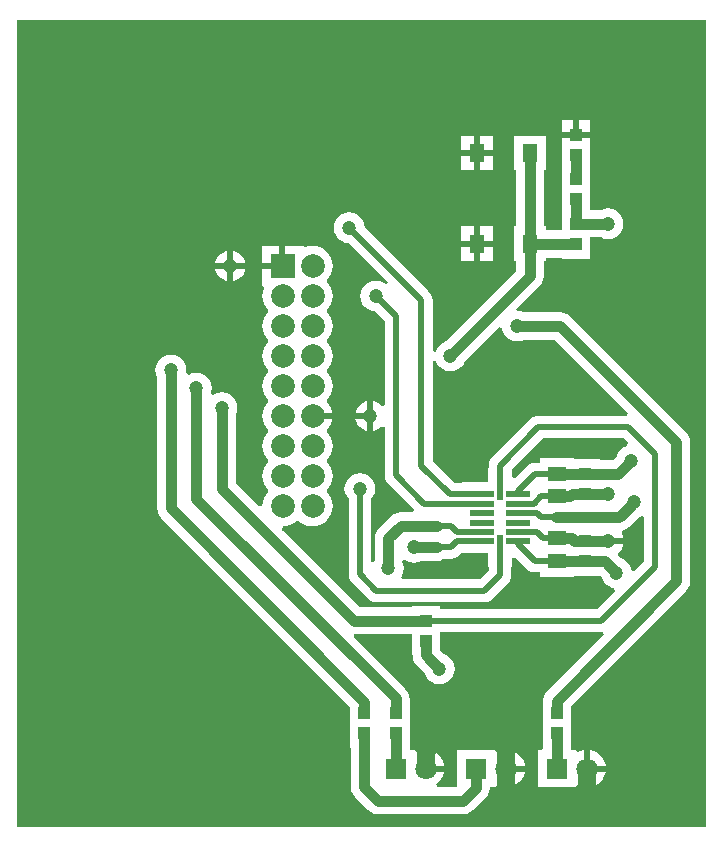
<source format=gtl>
%FSLAX42Y42*%
%MOMM*%
G71*
G01*
G75*
G04 Layer_Physical_Order=1*
G04 Layer_Color=255*
%ADD10R,1.00X1.10*%
%ADD11R,1.50X1.30*%
%ADD12R,0.60X2.00*%
%ADD13R,2.00X0.60*%
%ADD14R,1.30X1.55*%
%ADD15C,0.89*%
%ADD16C,0.51*%
%ADD17C,1.52*%
%ADD18C,1.80*%
%ADD19R,1.80X1.80*%
%ADD20C,2.00*%
%ADD21R,2.00X2.00*%
%ADD22C,1.20*%
G36*
X5917Y83D02*
X83D01*
Y6917D01*
X5917D01*
Y83D01*
D02*
G37*
%LPC*%
G36*
X4560Y5936D02*
X4290D01*
Y5641D01*
X4310D01*
Y5166D01*
X4290D01*
Y4871D01*
X4310D01*
Y4790D01*
X3713Y4194D01*
X3686Y4182D01*
X3659Y4162D01*
X3638Y4134D01*
X3626Y4107D01*
X3601Y4112D01*
Y4547D01*
X3601Y4547D01*
X3598Y4572D01*
X3589Y4595D01*
X3580Y4606D01*
X3573Y4615D01*
X3573Y4615D01*
X3026Y5162D01*
X3022Y5190D01*
X3009Y5222D01*
X2988Y5249D01*
X2961Y5270D01*
X2930Y5283D01*
X2896Y5287D01*
X2862Y5283D01*
X2830Y5270D01*
X2803Y5249D01*
X2782Y5222D01*
X2769Y5190D01*
X2764Y5156D01*
X2769Y5122D01*
X2782Y5091D01*
X2803Y5063D01*
X2830Y5043D01*
X2862Y5030D01*
X2890Y5026D01*
X3221Y4695D01*
X3204Y4675D01*
X3204D01*
X3185Y4690D01*
X3153Y4704D01*
X3119Y4708D01*
X3085Y4704D01*
X3054Y4690D01*
X3027Y4670D01*
X3006Y4642D01*
X2993Y4611D01*
X2988Y4577D01*
X2993Y4543D01*
X3006Y4511D01*
X3027Y4484D01*
X3054Y4463D01*
X3085Y4450D01*
X3114Y4447D01*
X3193Y4367D01*
Y3658D01*
X3169Y3650D01*
X3166Y3654D01*
X3139Y3674D01*
X3107Y3688D01*
X3099Y3689D01*
Y3561D01*
Y3433D01*
X3107Y3434D01*
X3139Y3447D01*
X3166Y3468D01*
X3169Y3472D01*
X3193Y3464D01*
Y3061D01*
X3193Y3061D01*
X3193D01*
X3196Y3036D01*
X3206Y3013D01*
X3221Y2993D01*
X3445Y2769D01*
X3435Y2746D01*
X3329D01*
X3299Y2742D01*
X3271Y2730D01*
X3247Y2712D01*
X3144Y2609D01*
X3126Y2585D01*
X3114Y2557D01*
X3110Y2527D01*
Y2342D01*
X3091Y2326D01*
X3081Y2328D01*
Y2858D01*
X3098Y2881D01*
X3111Y2912D01*
X3116Y2946D01*
X3111Y2980D01*
X3098Y3012D01*
X3077Y3039D01*
X3050Y3060D01*
X3018Y3073D01*
X2984Y3078D01*
X2951Y3073D01*
X2919Y3060D01*
X2892Y3039D01*
X2871Y3012D01*
X2858Y2980D01*
X2853Y2946D01*
X2858Y2912D01*
X2871Y2881D01*
X2888Y2858D01*
Y2223D01*
X2888Y2223D01*
X2888D01*
X2892Y2198D01*
X2901Y2174D01*
X2916Y2154D01*
X3056Y2015D01*
X3056Y2015D01*
X3067Y2006D01*
X3076Y1999D01*
X3083Y1997D01*
X3099Y1990D01*
X3124Y1987D01*
X4039D01*
X4064Y1990D01*
X4087Y1999D01*
X4107Y2015D01*
Y2015D01*
X4107D01*
D01*
D01*
D01*
D01*
D01*
D01*
X4107D01*
D01*
X4107D01*
Y2015D01*
D01*
D01*
D01*
D01*
Y2015D01*
D01*
D01*
D01*
D01*
D01*
D01*
Y2015D01*
D01*
D01*
X4107D01*
D01*
D01*
D01*
D01*
D01*
X4238Y2146D01*
X4238Y2146D01*
X4247Y2158D01*
X4254Y2166D01*
X4256Y2173D01*
X4263Y2190D01*
X4267Y2215D01*
Y2279D01*
X4270D01*
Y2361D01*
X4294Y2370D01*
X4397Y2267D01*
X4417Y2252D01*
X4440Y2242D01*
X4465Y2239D01*
X4465Y2239D01*
X4511D01*
Y2200D01*
X4801D01*
Y2210D01*
X5014D01*
X5014Y2210D01*
Y2210D01*
X5017Y2211D01*
X5031Y2197D01*
X5043Y2170D01*
X5063Y2142D01*
X5091Y2122D01*
X5122Y2109D01*
X5139Y2106D01*
X5147Y2082D01*
X4989Y1925D01*
X3666D01*
Y1954D01*
X3426D01*
Y1944D01*
X2982D01*
X2326Y2600D01*
X2329Y2628D01*
X2362Y2631D01*
X2394Y2641D01*
X2424Y2657D01*
X2449Y2678D01*
X2462D01*
X2488Y2657D01*
X2517Y2641D01*
X2549Y2631D01*
X2583Y2628D01*
X2616Y2631D01*
X2648Y2641D01*
X2678Y2657D01*
X2703Y2678D01*
X2725Y2704D01*
X2741Y2734D01*
X2750Y2766D01*
X2754Y2799D01*
X2750Y2832D01*
X2741Y2864D01*
X2725Y2894D01*
X2703Y2920D01*
Y2932D01*
X2725Y2958D01*
X2741Y2988D01*
X2750Y3020D01*
X2754Y3053D01*
X2750Y3086D01*
X2741Y3118D01*
X2725Y3148D01*
X2703Y3174D01*
Y3186D01*
X2725Y3212D01*
X2741Y3242D01*
X2750Y3274D01*
X2754Y3307D01*
X2750Y3340D01*
X2741Y3372D01*
X2725Y3402D01*
X2703Y3428D01*
Y3440D01*
X2725Y3466D01*
X2741Y3496D01*
X2750Y3528D01*
X2751Y3536D01*
X2583D01*
Y3586D01*
X2751D01*
X2750Y3594D01*
X2741Y3626D01*
X2725Y3656D01*
X2703Y3682D01*
Y3694D01*
X2725Y3720D01*
X2741Y3750D01*
X2750Y3782D01*
X2754Y3815D01*
X2750Y3848D01*
X2741Y3880D01*
X2725Y3910D01*
X2703Y3936D01*
Y3948D01*
X2725Y3974D01*
X2741Y4004D01*
X2750Y4036D01*
X2754Y4069D01*
X2750Y4102D01*
X2741Y4134D01*
X2725Y4164D01*
X2703Y4190D01*
Y4202D01*
X2725Y4228D01*
X2741Y4258D01*
X2750Y4290D01*
X2754Y4323D01*
X2750Y4356D01*
X2741Y4388D01*
X2725Y4418D01*
X2703Y4444D01*
Y4456D01*
X2725Y4482D01*
X2741Y4512D01*
X2750Y4544D01*
X2754Y4577D01*
X2750Y4610D01*
X2741Y4642D01*
X2725Y4672D01*
X2703Y4698D01*
Y4710D01*
X2725Y4736D01*
X2741Y4766D01*
X2750Y4798D01*
X2754Y4831D01*
X2750Y4864D01*
X2741Y4896D01*
X2725Y4926D01*
X2703Y4952D01*
X2678Y4973D01*
X2648Y4989D01*
X2616Y4998D01*
X2583Y5002D01*
X2549Y4998D01*
X2517Y4989D01*
X2499Y5000D01*
Y5001D01*
X2354D01*
Y4831D01*
X2329D01*
Y4806D01*
X2159D01*
Y4661D01*
X2160D01*
X2171Y4642D01*
X2161Y4610D01*
X2158Y4577D01*
X2161Y4544D01*
X2171Y4512D01*
X2187Y4482D01*
X2208Y4456D01*
Y4444D01*
X2187Y4418D01*
X2171Y4388D01*
X2161Y4356D01*
X2158Y4323D01*
X2161Y4290D01*
X2171Y4258D01*
X2187Y4228D01*
X2208Y4202D01*
Y4190D01*
X2187Y4164D01*
X2171Y4134D01*
X2161Y4102D01*
X2158Y4069D01*
X2161Y4036D01*
X2171Y4004D01*
X2187Y3974D01*
X2208Y3948D01*
Y3936D01*
X2187Y3910D01*
X2171Y3880D01*
X2161Y3848D01*
X2158Y3815D01*
X2161Y3782D01*
X2171Y3750D01*
X2187Y3720D01*
X2208Y3694D01*
Y3682D01*
X2187Y3656D01*
X2171Y3626D01*
X2161Y3594D01*
X2158Y3561D01*
X2161Y3528D01*
X2171Y3496D01*
X2187Y3466D01*
X2208Y3440D01*
Y3428D01*
X2187Y3402D01*
X2171Y3372D01*
X2161Y3340D01*
X2158Y3307D01*
X2161Y3274D01*
X2171Y3242D01*
X2187Y3212D01*
X2208Y3186D01*
Y3174D01*
X2187Y3148D01*
X2171Y3118D01*
X2161Y3086D01*
X2158Y3053D01*
X2161Y3020D01*
X2171Y2988D01*
X2187Y2958D01*
X2208Y2932D01*
Y2920D01*
X2187Y2894D01*
X2171Y2864D01*
X2161Y2832D01*
X2158Y2800D01*
X2153Y2798D01*
X2130Y2796D01*
X1932Y2994D01*
Y3571D01*
X1943Y3598D01*
X1947Y3632D01*
X1943Y3666D01*
X1930Y3698D01*
X1909Y3725D01*
X1882Y3746D01*
X1850Y3759D01*
X1816Y3763D01*
X1782Y3759D01*
X1751Y3746D01*
X1744Y3741D01*
X1724Y3756D01*
X1727Y3763D01*
X1731Y3797D01*
X1727Y3831D01*
X1714Y3863D01*
X1693Y3890D01*
X1666Y3911D01*
X1634Y3924D01*
X1600Y3928D01*
X1566Y3924D01*
X1535Y3911D01*
X1534Y3910D01*
X1512Y3923D01*
X1515Y3950D01*
X1511Y3984D01*
X1498Y4015D01*
X1477Y4042D01*
X1450Y4063D01*
X1418Y4076D01*
X1384Y4081D01*
X1350Y4076D01*
X1319Y4063D01*
X1292Y4042D01*
X1271Y4015D01*
X1258Y3984D01*
X1253Y3950D01*
X1258Y3916D01*
X1269Y3889D01*
Y2781D01*
X1273Y2751D01*
X1284Y2724D01*
X1303Y2700D01*
X1303Y2700D01*
X1303Y2700D01*
X2903Y1100D01*
Y921D01*
Y751D01*
X2907D01*
Y419D01*
X2911Y389D01*
X2923Y361D01*
X2941Y337D01*
X2941Y337D01*
X2941Y337D01*
X3055Y223D01*
X3079Y205D01*
X3107Y193D01*
X3137Y189D01*
X3861D01*
X3891Y193D01*
X3919Y205D01*
X3942Y223D01*
Y223D01*
X3942D01*
D01*
D01*
D01*
D01*
D01*
D01*
X3942D01*
D01*
X3942D01*
Y223D01*
D01*
D01*
D01*
D01*
Y223D01*
D01*
D01*
D01*
D01*
D01*
D01*
Y223D01*
D01*
D01*
X3942D01*
D01*
D01*
D01*
D01*
D01*
X4049Y329D01*
X4067Y353D01*
X4079Y381D01*
X4082Y411D01*
D01*
D01*
D01*
D01*
D01*
D01*
X4082D01*
D01*
D01*
D01*
Y411D01*
X4082Y411D01*
D01*
D01*
D01*
D01*
D01*
D01*
D01*
D01*
D01*
D01*
D01*
D01*
X4088Y416D01*
X4127D01*
Y421D01*
X4149Y434D01*
X4159Y428D01*
X4190Y419D01*
X4196Y418D01*
Y576D01*
Y735D01*
X4190Y734D01*
X4159Y725D01*
X4149Y719D01*
X4127Y732D01*
Y736D01*
X3807D01*
Y420D01*
X3641D01*
X3636Y430D01*
X3631Y444D01*
X3654Y463D01*
X3674Y487D01*
X3689Y515D01*
X3698Y545D01*
X3698Y551D01*
X3540D01*
Y576D01*
X3515D01*
Y735D01*
X3509Y734D01*
X3479Y725D01*
X3468Y719D01*
X3446Y732D01*
Y736D01*
X3406D01*
Y751D01*
X3406D01*
Y921D01*
Y1171D01*
X3402D01*
Y1172D01*
X3398Y1201D01*
X3398Y1201D01*
Y1201D01*
X3398D01*
X3398Y1201D01*
D01*
D01*
D01*
Y1201D01*
X3398D01*
D01*
X3398D01*
D01*
D01*
D01*
X3386Y1229D01*
X3368Y1253D01*
X2931Y1690D01*
X2934Y1713D01*
X3426D01*
Y1704D01*
Y1534D01*
X3430D01*
X3434Y1505D01*
X3446Y1477D01*
X3446Y1477D01*
X3446Y1477D01*
X3464Y1453D01*
X3533Y1384D01*
X3544Y1357D01*
X3565Y1330D01*
X3592Y1309D01*
X3624Y1296D01*
X3658Y1291D01*
X3692Y1296D01*
X3723Y1309D01*
X3750Y1330D01*
X3771Y1357D01*
X3784Y1388D01*
X3789Y1422D01*
X3784Y1456D01*
X3771Y1488D01*
X3750Y1515D01*
X3723Y1536D01*
X3696Y1547D01*
X3666Y1578D01*
Y1704D01*
Y1733D01*
X5029D01*
X5040Y1734D01*
X5051Y1711D01*
X4571Y1232D01*
X4553Y1208D01*
X4541Y1180D01*
X4540Y1171D01*
X4533D01*
Y921D01*
Y751D01*
D01*
Y751D01*
X4518Y736D01*
X4493D01*
Y416D01*
X4813D01*
Y421D01*
X4835Y434D01*
X4845Y428D01*
X4875Y419D01*
X4881Y418D01*
Y576D01*
Y735D01*
X4875Y734D01*
X4845Y725D01*
X4835Y719D01*
X4813Y732D01*
Y736D01*
X4773D01*
Y751D01*
X4773D01*
Y921D01*
Y1107D01*
X5746Y2080D01*
X5764Y2104D01*
X5776Y2131D01*
X5780Y2161D01*
Y3340D01*
X5776Y3370D01*
X5768Y3390D01*
X5764Y3398D01*
X5746Y3422D01*
X4763Y4405D01*
X4739Y4423D01*
Y4423D01*
X4739D01*
D01*
D01*
D01*
D01*
X4739D01*
Y4423D01*
D01*
D01*
X4739Y4423D01*
X4739Y4423D01*
X4739Y4423D01*
D01*
X4711Y4434D01*
X4681Y4438D01*
X4376D01*
X4349Y4450D01*
X4315Y4454D01*
X4310Y4464D01*
X4507Y4661D01*
X4507D01*
D01*
D01*
D01*
D01*
D01*
D01*
X4507D01*
D01*
X4507D01*
Y4661D01*
D01*
D01*
D01*
D01*
Y4661D01*
D01*
D01*
D01*
D01*
D01*
D01*
Y4661D01*
D01*
D01*
X4507D01*
D01*
D01*
D01*
D01*
X4507D01*
X4525Y4685D01*
X4537Y4713D01*
X4541Y4743D01*
Y4871D01*
X4560D01*
Y4903D01*
X4693D01*
Y4894D01*
X4933D01*
Y5064D01*
Y5074D01*
X5024D01*
X5051Y5062D01*
X5085Y5058D01*
X5119Y5062D01*
X5150Y5075D01*
X5178Y5096D01*
X5198Y5123D01*
X5212Y5155D01*
X5216Y5189D01*
X5212Y5223D01*
X5198Y5255D01*
X5178Y5282D01*
X5150Y5303D01*
X5119Y5316D01*
X5085Y5320D01*
X5051Y5316D01*
X5024Y5304D01*
X4933D01*
Y5445D01*
Y5648D01*
Y5818D01*
Y5918D01*
X4693D01*
Y5818D01*
Y5648D01*
Y5445D01*
Y5275D01*
Y5134D01*
X4560D01*
Y5166D01*
X4541D01*
Y5641D01*
X4560D01*
Y5936D01*
D02*
G37*
G36*
X3048Y3689D02*
X3039Y3688D01*
X3008Y3674D01*
X2981Y3654D01*
X2960Y3626D01*
X2947Y3595D01*
X2946Y3586D01*
X3048D01*
Y3689D01*
D02*
G37*
G36*
X1862Y4806D02*
X1760D01*
X1761Y4797D01*
X1774Y4765D01*
X1795Y4738D01*
X1822Y4717D01*
X1853Y4704D01*
X1862Y4703D01*
Y4806D01*
D02*
G37*
G36*
Y4959D02*
X1853Y4958D01*
X1822Y4944D01*
X1795Y4924D01*
X1774Y4896D01*
X1761Y4865D01*
X1760Y4856D01*
X1862D01*
Y4959D01*
D02*
G37*
G36*
X2015Y4806D02*
X1913D01*
Y4703D01*
X1921Y4704D01*
X1953Y4717D01*
X1980Y4738D01*
X2001Y4765D01*
X2014Y4797D01*
X2015Y4806D01*
D02*
G37*
G36*
X3048Y3536D02*
X2946D01*
X2947Y3527D01*
X2960Y3495D01*
X2981Y3468D01*
X3008Y3447D01*
X3039Y3434D01*
X3048Y3433D01*
Y3536D01*
D02*
G37*
G36*
X5065Y551D02*
X4932D01*
Y418D01*
X4938Y419D01*
X4968Y428D01*
X4996Y443D01*
X5020Y463D01*
X5040Y487D01*
X5055Y515D01*
X5064Y545D01*
X5065Y551D01*
D02*
G37*
G36*
X4379D02*
X4246D01*
Y418D01*
X4252Y419D01*
X4283Y428D01*
X4310Y443D01*
X4335Y463D01*
X4355Y487D01*
X4370Y515D01*
X4379Y545D01*
X4379Y551D01*
D02*
G37*
G36*
X3565Y735D02*
Y602D01*
X3698D01*
X3698Y608D01*
X3689Y638D01*
X3674Y666D01*
X3654Y690D01*
X3629Y710D01*
X3602Y725D01*
X3571Y734D01*
X3565Y735D01*
D02*
G37*
G36*
X4932D02*
Y602D01*
X5065D01*
X5064Y608D01*
X5055Y638D01*
X5040Y666D01*
X5020Y690D01*
X4996Y710D01*
X4968Y725D01*
X4938Y734D01*
X4932Y735D01*
D02*
G37*
G36*
X4246D02*
Y602D01*
X4379D01*
X4379Y608D01*
X4370Y638D01*
X4355Y666D01*
X4335Y690D01*
X4310Y710D01*
X4283Y725D01*
X4252Y734D01*
X4246Y735D01*
D02*
G37*
G36*
X4113Y5936D02*
X4003D01*
Y5814D01*
X4113D01*
Y5936D01*
D02*
G37*
G36*
X4788Y6068D02*
X4693D01*
Y5969D01*
X4788D01*
Y6068D01*
D02*
G37*
G36*
X4110Y5166D02*
X4001D01*
Y5044D01*
X4110D01*
Y5166D01*
D02*
G37*
G36*
X4113Y5763D02*
X4003D01*
Y5641D01*
X4113D01*
Y5763D01*
D02*
G37*
G36*
X3952D02*
X3843D01*
Y5641D01*
X3952D01*
Y5763D01*
D02*
G37*
G36*
Y5936D02*
X3843D01*
Y5814D01*
X3952D01*
Y5936D01*
D02*
G37*
G36*
X3950Y4993D02*
X3840D01*
Y4871D01*
X3950D01*
Y4993D01*
D02*
G37*
G36*
X2303Y5001D02*
X2159D01*
Y4856D01*
X2303D01*
Y5001D01*
D02*
G37*
G36*
X1913Y4959D02*
Y4856D01*
X2015D01*
X2014Y4865D01*
X2001Y4896D01*
X1980Y4924D01*
X1953Y4944D01*
X1921Y4958D01*
X1913Y4959D01*
D02*
G37*
G36*
X3950Y5166D02*
X3840D01*
Y5044D01*
X3950D01*
Y5166D01*
D02*
G37*
G36*
X4933Y6068D02*
X4839D01*
Y5969D01*
X4933D01*
Y6068D01*
D02*
G37*
G36*
X4110Y4993D02*
X4001D01*
Y4871D01*
X4110D01*
Y4993D01*
D02*
G37*
%LPD*%
G36*
X5257Y3332D02*
X5249Y3308D01*
X5218Y3295D01*
X5190Y3274D01*
X5170Y3247D01*
X5158Y3220D01*
X5124Y3186D01*
X5014D01*
Y3195D01*
X4801D01*
Y3205D01*
X4511D01*
Y3167D01*
X4465D01*
X4465Y3167D01*
X4440Y3163D01*
X4417Y3154D01*
X4397Y3138D01*
X4294Y3035D01*
X4270Y3045D01*
Y3106D01*
X4536Y3371D01*
X5218D01*
X5257Y3332D01*
D02*
G37*
G36*
X4186Y4308D02*
X4189Y4289D01*
X4202Y4257D01*
X4223Y4230D01*
X4250Y4209D01*
X4281Y4196D01*
X4315Y4192D01*
X4349Y4196D01*
X4376Y4207D01*
X4634D01*
X5254Y3587D01*
X5245Y3563D01*
X4496D01*
X4471Y3560D01*
X4448Y3550D01*
X4428Y3535D01*
X4102Y3210D01*
X4087Y3190D01*
X4077Y3167D01*
X4074Y3142D01*
Y3119D01*
X4070D01*
Y2999D01*
X3850D01*
Y2996D01*
X3783D01*
X3601Y3177D01*
Y4026D01*
X3626Y4031D01*
X3638Y4003D01*
X3659Y3976D01*
X3686Y3955D01*
X3717Y3942D01*
X3751Y3938D01*
X3785Y3942D01*
X3817Y3955D01*
X3844Y3976D01*
X3865Y4003D01*
X3876Y4030D01*
X4162Y4316D01*
X4186Y4308D01*
D02*
G37*
G36*
X5390Y2702D02*
Y2326D01*
X5309Y2245D01*
X5285Y2253D01*
X5283Y2269D01*
X5270Y2301D01*
X5249Y2328D01*
X5222Y2349D01*
X5195Y2360D01*
X5173Y2382D01*
X5174Y2407D01*
X5181Y2412D01*
X5201Y2439D01*
X5215Y2471D01*
X5216Y2479D01*
X5088D01*
Y2530D01*
X5216D01*
X5215Y2539D01*
X5201Y2570D01*
X5211Y2594D01*
X5211Y2594D01*
X5239Y2605D01*
X5263Y2623D01*
X5338Y2698D01*
X5338Y2698D01*
X5347Y2707D01*
X5369Y2716D01*
X5390Y2702D01*
D02*
G37*
G36*
X4070Y2279D02*
X4074D01*
Y2254D01*
X3999Y2179D01*
X3346D01*
X3335Y2202D01*
X3339Y2208D01*
X3352Y2239D01*
X3357Y2273D01*
X3352Y2307D01*
X3342Y2332D01*
X3354Y2342D01*
X3364Y2346D01*
X3379Y2335D01*
X3410Y2322D01*
X3444Y2318D01*
X3478Y2322D01*
X3505Y2333D01*
X3635D01*
X3664Y2337D01*
X3692Y2349D01*
X3697Y2352D01*
X3757D01*
X3782Y2356D01*
X3805Y2365D01*
X3825Y2381D01*
X3844Y2399D01*
X3850Y2399D01*
Y2399D01*
X4070D01*
Y2279D01*
D02*
G37*
D10*
X4653Y876D02*
D03*
Y1046D02*
D03*
X3286Y876D02*
D03*
Y1046D02*
D03*
X3023Y876D02*
D03*
Y1046D02*
D03*
X4894Y3070D02*
D03*
Y2900D02*
D03*
Y2335D02*
D03*
Y2505D02*
D03*
X3546Y1829D02*
D03*
Y1659D02*
D03*
X4813Y5943D02*
D03*
Y5773D02*
D03*
Y5570D02*
D03*
Y5400D02*
D03*
Y5019D02*
D03*
Y5189D02*
D03*
D11*
X4656Y3070D02*
D03*
Y2880D02*
D03*
Y2335D02*
D03*
Y2525D02*
D03*
D12*
X4170Y2949D02*
D03*
Y2449D02*
D03*
D13*
X4320Y2899D02*
D03*
Y2819D02*
D03*
Y2739D02*
D03*
Y2659D02*
D03*
Y2579D02*
D03*
Y2499D02*
D03*
X4020D02*
D03*
Y2579D02*
D03*
Y2659D02*
D03*
Y2739D02*
D03*
Y2819D02*
D03*
Y2899D02*
D03*
D14*
X3978Y5789D02*
D03*
X3975Y5019D02*
D03*
X4425D02*
D03*
Y5789D02*
D03*
D15*
X4653Y576D02*
Y876D01*
X3861Y305D02*
X3967Y411D01*
X3137Y305D02*
X3861D01*
X3023Y419D02*
X3137Y305D01*
X3023Y419D02*
Y876D01*
X3286Y576D02*
Y876D01*
X1384Y2781D02*
X3023Y1143D01*
X1600Y2858D02*
X3286Y1172D01*
X1384Y2781D02*
Y3950D01*
X1600Y2858D02*
Y3797D01*
X4656Y2525D02*
X4778D01*
X4798Y2505D01*
X4656Y2880D02*
X4760D01*
X4780Y2900D01*
X4813Y5570D02*
Y5773D01*
X3023Y1046D02*
Y1143D01*
X3286Y1046D02*
Y1172D01*
X3444Y2449D02*
X3635D01*
X1816Y2946D02*
Y3632D01*
Y2946D02*
X2934Y1829D01*
X3546D01*
X5194Y2718D02*
X5309Y2832D01*
X4894Y3070D02*
X5172D01*
X3329Y2630D02*
X3635D01*
X3226Y2527D02*
X3329Y2630D01*
X3226Y2311D02*
Y2527D01*
X4653Y1046D02*
Y1150D01*
X5664Y2161D01*
Y3340D01*
X4681Y4323D02*
X5664Y3340D01*
X4656Y3070D02*
X4894D01*
X3751Y4069D02*
X4425Y4743D01*
X4813Y5189D02*
Y5400D01*
X4798Y2505D02*
X5088D01*
X4780Y2900D02*
X5088D01*
X3967Y411D02*
Y576D01*
X4813Y5189D02*
X5085D01*
X4315Y4323D02*
X4681D01*
X5172Y3070D02*
X5283Y3182D01*
X4656Y2335D02*
X5057D01*
X5156Y2235D01*
X4648Y2705D02*
X5182D01*
X5256Y2780D01*
X3546Y1534D02*
Y1659D01*
Y1534D02*
X3658Y1422D01*
X4813Y5019D02*
X4813Y5019D01*
X4425Y5019D02*
X4813D01*
X4425Y4743D02*
Y5789D01*
D16*
X3809Y2579D02*
X4020D01*
X3758Y2630D02*
X3809Y2579D01*
X3635Y2630D02*
X3758D01*
X3809Y2499D02*
X4020D01*
X3757Y2449D02*
X3808Y2499D01*
X3635Y2449D02*
X3757D01*
X4170Y2215D02*
Y2449D01*
X4039Y2083D02*
X4170Y2215D01*
X3124Y2083D02*
X4039D01*
X2984Y2223D02*
X3124Y2083D01*
X2984Y2223D02*
Y2946D01*
X4170Y2949D02*
Y3142D01*
X4496Y3467D01*
X5258D01*
X5486Y3238D01*
Y2286D02*
Y3238D01*
X5029Y1829D02*
X5486Y2286D01*
X3546Y1829D02*
X5029D01*
X4320Y2739D02*
X4487D01*
X4521Y2705D01*
X4320Y2579D02*
X4482D01*
X4536Y2525D01*
X4656D01*
X4320Y2819D02*
X4458D01*
X4519Y2880D01*
X4656D01*
X4320Y2899D02*
Y2925D01*
X4465Y3070D01*
X4320Y2480D02*
Y2499D01*
Y2480D02*
X4465Y2335D01*
X3743Y2899D02*
X4020D01*
X3505Y3137D02*
X3743Y2899D01*
X3505Y3137D02*
Y4547D01*
X3531Y2819D02*
X4020D01*
X3289Y3061D02*
X3531Y2819D01*
X4465Y2335D02*
X4656D01*
X4465Y3070D02*
X4656D01*
X3289Y3061D02*
Y4407D01*
X2896Y5156D02*
X3505Y4547D01*
X3119Y4577D02*
X3289Y4407D01*
X4521Y2705D02*
X4648D01*
D17*
X3540Y576D02*
Y721D01*
X3683Y864D01*
X4102D01*
X4221Y745D01*
Y414D02*
X4331Y305D01*
X4801D01*
X4907Y411D01*
Y576D01*
X4221Y414D02*
Y745D01*
D18*
X4907Y576D02*
D03*
X4221D02*
D03*
X3540D02*
D03*
D19*
X4653D02*
D03*
X3967D02*
D03*
X3286D02*
D03*
D20*
X2329Y3307D02*
D03*
X2583D02*
D03*
X2329Y2799D02*
D03*
X2583Y4831D02*
D03*
X2329Y4323D02*
D03*
X2583D02*
D03*
X2329Y4069D02*
D03*
Y3815D02*
D03*
X2583Y3561D02*
D03*
X2329Y3053D02*
D03*
X2583D02*
D03*
Y2799D02*
D03*
Y3815D02*
D03*
Y4577D02*
D03*
X2329D02*
D03*
Y3561D02*
D03*
X2583Y4069D02*
D03*
D21*
X2329Y4831D02*
D03*
D22*
X3444Y2449D02*
D03*
X3226Y2273D02*
D03*
X2984Y2946D02*
D03*
X4315Y4323D02*
D03*
X1384Y3950D02*
D03*
X1600Y3797D02*
D03*
X1816Y3632D02*
D03*
X3751Y4069D02*
D03*
X3119Y4577D02*
D03*
X2896Y5156D02*
D03*
X5088Y2900D02*
D03*
Y2505D02*
D03*
X1887Y4831D02*
D03*
X3073Y3561D02*
D03*
X5085Y5189D02*
D03*
X5283Y3182D02*
D03*
X5309Y2832D02*
D03*
X5156Y2235D02*
D03*
X3658Y1422D02*
D03*
M02*

</source>
